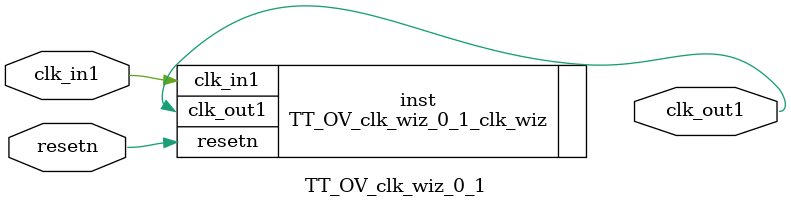
<source format=v>


`timescale 1ps/1ps

(* CORE_GENERATION_INFO = "TT_OV_clk_wiz_0_1,clk_wiz_v6_0_3_0_0,{component_name=TT_OV_clk_wiz_0_1,use_phase_alignment=true,use_min_o_jitter=false,use_max_i_jitter=false,use_dyn_phase_shift=false,use_inclk_switchover=false,use_dyn_reconfig=false,enable_axi=0,feedback_source=FDBK_AUTO,PRIMITIVE=MMCM,num_out_clk=1,clkin1_period=8.000,clkin2_period=10.000,use_power_down=false,use_reset=true,use_locked=false,use_inclk_stopped=false,feedback_type=SINGLE,CLOCK_MGR_TYPE=NA,manual_override=false}" *)

module TT_OV_clk_wiz_0_1 
 (
  // Clock out ports
  output        clk_out1,
  // Status and control signals
  input         resetn,
 // Clock in ports
  input         clk_in1
 );

  TT_OV_clk_wiz_0_1_clk_wiz inst
  (
  // Clock out ports  
  .clk_out1(clk_out1),
  // Status and control signals               
  .resetn(resetn), 
 // Clock in ports
  .clk_in1(clk_in1)
  );

endmodule

</source>
